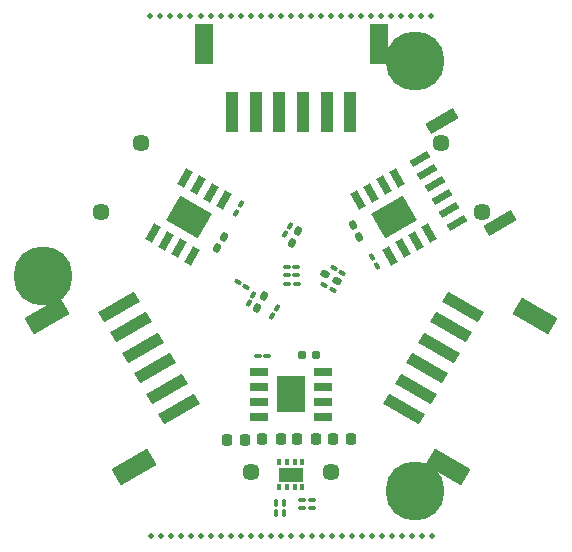
<source format=gbr>
%TF.GenerationSoftware,KiCad,Pcbnew,9.0.6-rc1*%
%TF.CreationDate,2025-10-31T17:35:14+01:00*%
%TF.ProjectId,PCB_BRUSHED,5043425f-4252-4555-9348-45442e6b6963,rev?*%
%TF.SameCoordinates,Original*%
%TF.FileFunction,Soldermask,Bot*%
%TF.FilePolarity,Negative*%
%FSLAX46Y46*%
G04 Gerber Fmt 4.6, Leading zero omitted, Abs format (unit mm)*
G04 Created by KiCad (PCBNEW 9.0.6-rc1) date 2025-10-31 17:35:14*
%MOMM*%
%LPD*%
G01*
G04 APERTURE LIST*
G04 Aperture macros list*
%AMRoundRect*
0 Rectangle with rounded corners*
0 $1 Rounding radius*
0 $2 $3 $4 $5 $6 $7 $8 $9 X,Y pos of 4 corners*
0 Add a 4 corners polygon primitive as box body*
4,1,4,$2,$3,$4,$5,$6,$7,$8,$9,$2,$3,0*
0 Add four circle primitives for the rounded corners*
1,1,$1+$1,$2,$3*
1,1,$1+$1,$4,$5*
1,1,$1+$1,$6,$7*
1,1,$1+$1,$8,$9*
0 Add four rect primitives between the rounded corners*
20,1,$1+$1,$2,$3,$4,$5,0*
20,1,$1+$1,$4,$5,$6,$7,0*
20,1,$1+$1,$6,$7,$8,$9,0*
20,1,$1+$1,$8,$9,$2,$3,0*%
%AMRotRect*
0 Rectangle, with rotation*
0 The origin of the aperture is its center*
0 $1 length*
0 $2 width*
0 $3 Rotation angle, in degrees counterclockwise*
0 Add horizontal line*
21,1,$1,$2,0,0,$3*%
G04 Aperture macros list end*
%ADD10C,0.500000*%
%ADD11C,1.450000*%
%ADD12C,0.800000*%
%ADD13C,5.000000*%
%ADD14RoundRect,0.225000X-0.225000X-0.250000X0.225000X-0.250000X0.225000X0.250000X-0.225000X0.250000X0*%
%ADD15RoundRect,0.100000X0.022147X0.238361X-0.195353X-0.138361X-0.022147X-0.238361X0.195353X0.138361X0*%
%ADD16RoundRect,0.100000X-0.238361X0.022147X0.138361X-0.195353X0.238361X-0.022147X-0.138361X0.195353X0*%
%ADD17RoundRect,0.100000X0.195353X-0.138361X-0.022147X0.238361X-0.195353X0.138361X0.022147X-0.238361X0*%
%ADD18RoundRect,0.100000X-0.022147X-0.238361X0.195353X0.138361X0.022147X0.238361X-0.195353X-0.138361X0*%
%ADD19RoundRect,0.155000X0.240484X-0.106530X0.027984X0.261530X-0.240484X0.106530X-0.027984X-0.261530X0*%
%ADD20RoundRect,0.155000X-0.261530X-0.027984X0.106530X-0.240484X0.261530X0.027984X-0.106530X0.240484X0*%
%ADD21RotRect,1.000000X3.500000X60.000000*%
%ADD22RotRect,1.600000X3.500000X60.000000*%
%ADD23RoundRect,0.155000X-0.027984X0.261530X-0.240484X-0.106530X0.027984X-0.261530X0.240484X0.106530X0*%
%ADD24R,1.525000X0.650000*%
%ADD25R,2.400000X3.100000*%
%ADD26R,1.000000X3.500000*%
%ADD27R,1.600000X3.500000*%
%ADD28RoundRect,0.100000X0.217500X0.100000X-0.217500X0.100000X-0.217500X-0.100000X0.217500X-0.100000X0*%
%ADD29RotRect,1.000000X3.500000X300.000000*%
%ADD30RotRect,1.600000X3.500000X300.000000*%
%ADD31R,0.410000X0.510000*%
%ADD32R,2.000000X1.200000*%
%ADD33RotRect,0.650000X1.525000X30.000000*%
%ADD34RotRect,2.400000X3.100000X120.000000*%
%ADD35RoundRect,0.100000X0.238361X-0.022147X-0.138361X0.195353X-0.238361X0.022147X0.138361X-0.195353X0*%
%ADD36RotRect,0.600000X1.700000X300.000000*%
%ADD37RotRect,1.000000X2.700000X300.000000*%
%ADD38RoundRect,0.100000X-0.217500X-0.100000X0.217500X-0.100000X0.217500X0.100000X-0.217500X0.100000X0*%
%ADD39RoundRect,0.100000X-0.100000X0.217500X-0.100000X-0.217500X0.100000X-0.217500X0.100000X0.217500X0*%
%ADD40RoundRect,0.225000X0.225000X0.250000X-0.225000X0.250000X-0.225000X-0.250000X0.225000X-0.250000X0*%
%ADD41RoundRect,0.100000X0.100000X-0.217500X0.100000X0.217500X-0.100000X0.217500X-0.100000X-0.217500X0*%
%ADD42RoundRect,0.155000X-0.212500X-0.155000X0.212500X-0.155000X0.212500X0.155000X-0.212500X0.155000X0*%
%ADD43RotRect,0.650000X1.525000X150.000000*%
%ADD44RotRect,2.400000X3.100000X240.000000*%
G04 APERTURE END LIST*
D10*
%TO.C,REF\u002A\u002A*%
X141075000Y-118025000D03*
X141925000Y-118025000D03*
%TD*%
%TO.C,REF\u002A\u002A*%
X139375000Y-118025000D03*
X140225000Y-118025000D03*
%TD*%
%TO.C,REF\u002A\u002A*%
X135125000Y-118025000D03*
X135975000Y-118025000D03*
X136825000Y-118025000D03*
X137675000Y-118025000D03*
X138525000Y-118025000D03*
%TD*%
%TO.C,REF\u002A\u002A*%
X118125000Y-118025000D03*
X118975000Y-118025000D03*
X119825000Y-118025000D03*
X120675000Y-118025000D03*
X121525000Y-118025000D03*
%TD*%
%TO.C,REF\u002A\u002A*%
X130875000Y-118025000D03*
X131725000Y-118025000D03*
X132575000Y-118025000D03*
X133425000Y-118025000D03*
X134275000Y-118025000D03*
%TD*%
%TO.C,REF\u002A\u002A*%
X126625000Y-118025000D03*
X127475000Y-118025000D03*
X128325000Y-118025000D03*
X129175000Y-118025000D03*
X130025000Y-118025000D03*
%TD*%
%TO.C,REF\u002A\u002A*%
X122375000Y-118025000D03*
X123225000Y-118025000D03*
X124075000Y-118025000D03*
X124925000Y-118025000D03*
X125775000Y-118025000D03*
%TD*%
%TO.C,REF\u002A\u002A*%
X141025000Y-74000000D03*
X141875000Y-74000000D03*
%TD*%
%TO.C,REF\u002A\u002A*%
X139325000Y-74000000D03*
X140175000Y-74000000D03*
%TD*%
%TO.C,REF\u002A\u002A*%
X135075000Y-74000000D03*
X135925000Y-74000000D03*
X136775000Y-74000000D03*
X137625000Y-74000000D03*
X138475000Y-74000000D03*
%TD*%
%TO.C,REF\u002A\u002A*%
X130825000Y-74000000D03*
X131675000Y-74000000D03*
X132525000Y-74000000D03*
X133375000Y-74000000D03*
X134225000Y-74000000D03*
%TD*%
%TO.C,REF\u002A\u002A*%
X126575000Y-74000000D03*
X127425000Y-74000000D03*
X128275000Y-74000000D03*
X129125000Y-74000000D03*
X129975000Y-74000000D03*
%TD*%
%TO.C,REF\u002A\u002A*%
X122325000Y-74000000D03*
X123175000Y-74000000D03*
X124025000Y-74000000D03*
X124875000Y-74000000D03*
X125725000Y-74000000D03*
%TD*%
%TO.C,REF\u002A\u002A*%
X118075000Y-74000000D03*
X118925000Y-74000000D03*
X119775000Y-74000000D03*
X120625000Y-74000000D03*
X121475000Y-74000000D03*
%TD*%
D11*
%TO.C,J5*%
X142719962Y-84730514D03*
X146119962Y-90619486D03*
%TD*%
D12*
%TO.C,TP1*%
X138625000Y-77813467D03*
X139174175Y-76487642D03*
X139174175Y-79139292D03*
X140500000Y-75938467D03*
D13*
X140500000Y-77813467D03*
D12*
X140500000Y-79688467D03*
X141825825Y-76487642D03*
X141825825Y-79139292D03*
X142375000Y-77813467D03*
%TD*%
%TO.C,TP3*%
X138625000Y-114186533D03*
X139174175Y-112860708D03*
X139174175Y-115512358D03*
X140500000Y-112311533D03*
D13*
X140500000Y-114186533D03*
D12*
X140500000Y-116061533D03*
X141825825Y-112860708D03*
X141825825Y-115512358D03*
X142375000Y-114186533D03*
%TD*%
%TO.C,TP2*%
X107125000Y-96000000D03*
X107674175Y-94674175D03*
X107674175Y-97325825D03*
X109000000Y-94125000D03*
D13*
X109000000Y-96000000D03*
D12*
X109000000Y-97875000D03*
X110325825Y-94674175D03*
X110325825Y-97325825D03*
X110875000Y-96000000D03*
%TD*%
D11*
%TO.C,J7*%
X133400000Y-112650000D03*
X126600000Y-112650000D03*
%TD*%
%TO.C,J8*%
X113880038Y-90619486D03*
X117280038Y-84730514D03*
%TD*%
D14*
%TO.C,C5*%
X133500000Y-109850000D03*
X135050000Y-109850000D03*
%TD*%
D15*
%TO.C,R25*%
X125728750Y-89947095D03*
X125321250Y-90652905D03*
%TD*%
D16*
%TO.C,C18*%
X133597095Y-95346250D03*
X134302905Y-95753750D03*
%TD*%
D17*
%TO.C,R14*%
X137257500Y-95155810D03*
X136850000Y-94450000D03*
%TD*%
D18*
%TO.C,C7*%
X128367500Y-99430810D03*
X128775000Y-98725000D03*
%TD*%
%TO.C,C21*%
X129512500Y-92453349D03*
X129920000Y-91747539D03*
%TD*%
D19*
%TO.C,C28*%
X135783750Y-92691469D03*
X135216250Y-91708531D03*
%TD*%
D14*
%TO.C,C2*%
X127550000Y-109850000D03*
X129100000Y-109850000D03*
%TD*%
D20*
%TO.C,C26*%
X132858531Y-95891250D03*
X133841469Y-96458750D03*
%TD*%
D21*
%TO.C,J4*%
X144538500Y-98619873D03*
X143538500Y-100351924D03*
X142538500Y-102083975D03*
X141538500Y-103816025D03*
X140538500Y-105548076D03*
X139538500Y-107280127D03*
D22*
X143274845Y-112208588D03*
X150674845Y-99391412D03*
%TD*%
D23*
%TO.C,C35*%
X124292048Y-92705000D03*
X123724548Y-93687938D03*
%TD*%
D24*
%TO.C,IC3*%
X127288000Y-107925000D03*
X127288000Y-106655000D03*
X127288000Y-105385000D03*
X127288000Y-104115000D03*
X132712000Y-104115000D03*
X132712000Y-105385000D03*
X132712000Y-106655000D03*
X132712000Y-107925000D03*
D25*
X130000000Y-106020000D03*
%TD*%
D26*
%TO.C,J2*%
X125000000Y-82100000D03*
X127000000Y-82100000D03*
X129000000Y-82100000D03*
X131000000Y-82100000D03*
X133000000Y-82100000D03*
X135000000Y-82100000D03*
D27*
X137400000Y-76400000D03*
X122600000Y-76400000D03*
%TD*%
D28*
%TO.C,R1*%
X130450000Y-95250000D03*
X129635000Y-95250000D03*
%TD*%
D15*
%TO.C,C11*%
X126803750Y-97622095D03*
X126396250Y-98327905D03*
%TD*%
D29*
%TO.C,J10*%
X120461500Y-107280127D03*
X119461500Y-105548076D03*
X118461500Y-103816025D03*
X117461500Y-102083975D03*
X116461500Y-100351924D03*
X115461500Y-98619873D03*
D30*
X109325155Y-99391412D03*
X116725155Y-112208588D03*
%TD*%
D31*
%TO.C,IC1*%
X129000000Y-111800000D03*
X129650000Y-111800000D03*
X130300000Y-111800000D03*
X130950000Y-111800000D03*
X130950000Y-113900000D03*
X130300000Y-113900000D03*
X129650000Y-113900000D03*
X129000000Y-113900000D03*
D32*
X129975000Y-112850000D03*
%TD*%
D33*
%TO.C,IC2*%
X141684198Y-92386161D03*
X140584346Y-93021161D03*
X139484494Y-93656161D03*
X138384642Y-94291161D03*
X135672642Y-89593839D03*
X136772494Y-88958839D03*
X137872346Y-88323839D03*
X138972198Y-87688839D03*
D34*
X138678420Y-90990000D03*
%TD*%
D23*
%TO.C,C16*%
X130608750Y-92233531D03*
X130041250Y-93216469D03*
%TD*%
D28*
%TO.C,R4*%
X131765000Y-114950000D03*
X130950000Y-114950000D03*
%TD*%
D16*
%TO.C,C25*%
X132800000Y-96800000D03*
X133505810Y-97207500D03*
%TD*%
D23*
%TO.C,C10*%
X127708750Y-97733531D03*
X127141250Y-98716469D03*
%TD*%
D35*
%TO.C,C23*%
X126175000Y-96975000D03*
X125469190Y-96567500D03*
%TD*%
D36*
%TO.C,J6*%
X140900000Y-86104937D03*
X141525000Y-87187468D03*
X142150000Y-88270000D03*
X142775000Y-89352532D03*
X143400000Y-90435064D03*
X144025000Y-91517595D03*
D37*
X142746282Y-82902790D03*
X147721282Y-91519742D03*
%TD*%
D38*
%TO.C,R2*%
X129642500Y-96725000D03*
X130457500Y-96725000D03*
%TD*%
%TO.C,R5*%
X130942500Y-115675000D03*
X131757500Y-115675000D03*
%TD*%
D39*
%TO.C,C3*%
X128675000Y-115250000D03*
X128675000Y-116065000D03*
%TD*%
D40*
%TO.C,C6*%
X132075000Y-109850000D03*
X130525000Y-109850000D03*
%TD*%
%TO.C,C1*%
X126100000Y-109875000D03*
X124550000Y-109875000D03*
%TD*%
D41*
%TO.C,R3*%
X129400000Y-116065000D03*
X129400000Y-115250000D03*
%TD*%
D42*
%TO.C,C31*%
X130957500Y-102675000D03*
X132092500Y-102675000D03*
%TD*%
D38*
%TO.C,R19*%
X127160000Y-102775000D03*
X127975000Y-102775000D03*
%TD*%
D43*
%TO.C,IC4*%
X121027802Y-87688839D03*
X122127654Y-88323839D03*
X123227506Y-88958839D03*
X124327358Y-89593839D03*
X121615358Y-94291161D03*
X120515506Y-93656161D03*
X119415654Y-93021161D03*
X118315802Y-92386161D03*
D44*
X121321580Y-90990000D03*
%TD*%
D28*
%TO.C,C4*%
X130450000Y-95975000D03*
X129635000Y-95975000D03*
%TD*%
M02*

</source>
